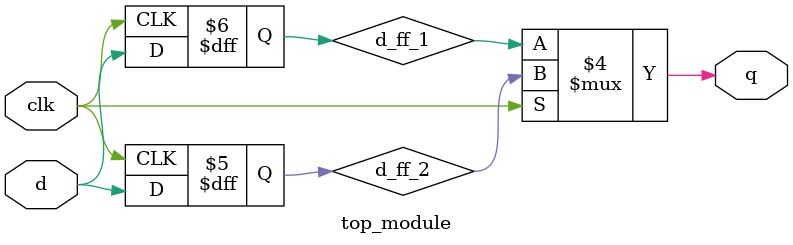
<source format=sv>
module top_module(
    input clk,
    input d,
    output reg q);

    reg d_ff_1, d_ff_2;

    always @(posedge clk) begin
        d_ff_1 <= d;
    end

    always @(negedge clk) begin
        d_ff_2 <= d;
    end

    always @(*) begin
        q = clk ? d_ff_2 : d_ff_1;
    end
endmodule

</source>
